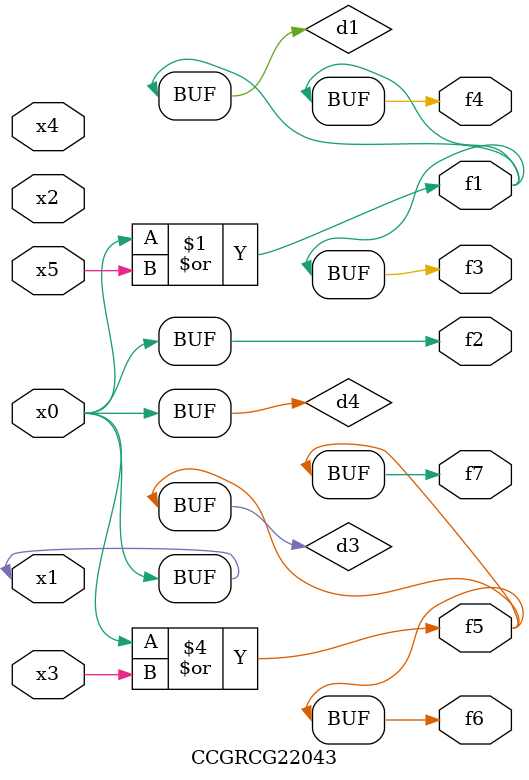
<source format=v>
module CCGRCG22043(
	input x0, x1, x2, x3, x4, x5,
	output f1, f2, f3, f4, f5, f6, f7
);

	wire d1, d2, d3, d4;

	or (d1, x0, x5);
	xnor (d2, x1, x4);
	or (d3, x0, x3);
	buf (d4, x0, x1);
	assign f1 = d1;
	assign f2 = d4;
	assign f3 = d1;
	assign f4 = d1;
	assign f5 = d3;
	assign f6 = d3;
	assign f7 = d3;
endmodule

</source>
